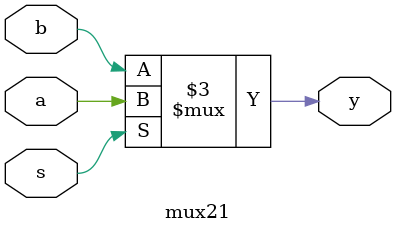
<source format=v>
module mux21(a,b,s,y);
	input a,b,s;
	output y;
	reg y;
	always @(a,b,s)
    
        

	if(s)
	 	y=a;
	else
	 	y=b;
        

	
endmodule
</source>
